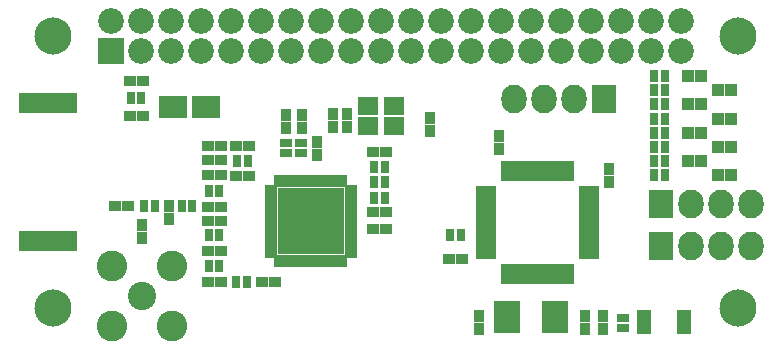
<source format=gts>
G04 #@! TF.FileFunction,Soldermask,Top*
%FSLAX46Y46*%
G04 Gerber Fmt 4.6, Leading zero omitted, Abs format (unit mm)*
G04 Created by KiCad (PCBNEW 4.0.2+dfsg1-stable) date Mo 13 Nov 2017 16:34:36 CET*
%MOMM*%
G01*
G04 APERTURE LIST*
%ADD10C,0.100000*%
%ADD11R,0.900000X1.000000*%
%ADD12R,1.000000X0.900000*%
%ADD13R,1.000000X1.100000*%
%ADD14R,0.800000X1.000000*%
%ADD15C,2.600000*%
%ADD16C,2.400000*%
%ADD17R,1.000000X0.800000*%
%ADD18R,1.300000X2.100000*%
%ADD19R,1.100000X0.650000*%
%ADD20R,0.650000X1.100000*%
%ADD21R,1.687500X1.687500*%
%ADD22R,0.650000X1.700000*%
%ADD23R,1.700000X0.650000*%
%ADD24R,1.800000X1.600000*%
%ADD25R,2.300000X2.800000*%
%ADD26R,2.178000X2.178000*%
%ADD27C,2.178000*%
%ADD28C,3.148280*%
%ADD29R,2.127200X2.432000*%
%ADD30O,2.127200X2.432000*%
%ADD31R,4.900000X1.700000*%
%ADD32R,2.350000X1.900000*%
G04 APERTURE END LIST*
D10*
D11*
X168750000Y-123600000D03*
X168750000Y-124700000D03*
D12*
X172050000Y-121000000D03*
X173150000Y-121000000D03*
X172050000Y-119750000D03*
X173150000Y-119750000D03*
X173150000Y-123650000D03*
X172050000Y-123650000D03*
X173150000Y-124850000D03*
X172050000Y-124850000D03*
X173150000Y-127400000D03*
X172050000Y-127400000D03*
X173150000Y-130000000D03*
X172050000Y-130000000D03*
X173150000Y-118500000D03*
X172050000Y-118500000D03*
X175550000Y-121050000D03*
X174450000Y-121050000D03*
X176650000Y-130000000D03*
X177750000Y-130000000D03*
X175550000Y-118500000D03*
X174450000Y-118500000D03*
D11*
X178700000Y-117000000D03*
X178700000Y-115900000D03*
X180050000Y-117000000D03*
X180050000Y-115900000D03*
X181300000Y-119250000D03*
X181300000Y-118150000D03*
X182650000Y-115850000D03*
X182650000Y-116950000D03*
X205500000Y-132950000D03*
X205500000Y-134050000D03*
X183850000Y-116950000D03*
X183850000Y-115850000D03*
D12*
X187150000Y-119050000D03*
X186050000Y-119050000D03*
D11*
X190850000Y-116150000D03*
X190850000Y-117250000D03*
D12*
X187150000Y-125550000D03*
X186050000Y-125550000D03*
D11*
X195000000Y-134050000D03*
X195000000Y-132950000D03*
D12*
X187150000Y-124150000D03*
X186050000Y-124150000D03*
D11*
X204000000Y-134050000D03*
X204000000Y-132950000D03*
D12*
X193590000Y-128050000D03*
X192490000Y-128050000D03*
D11*
X206000000Y-121550000D03*
X206000000Y-120450000D03*
X196700000Y-118800000D03*
X196700000Y-117700000D03*
D13*
X215250000Y-113750000D03*
X216350000Y-113750000D03*
X212750000Y-112600000D03*
X213850000Y-112600000D03*
X212750000Y-115000000D03*
X213850000Y-115000000D03*
X215250000Y-116200000D03*
X216350000Y-116200000D03*
X212750000Y-117400000D03*
X213850000Y-117400000D03*
X215250000Y-118600000D03*
X216350000Y-118600000D03*
X212750000Y-119800000D03*
X213850000Y-119800000D03*
D14*
X166700000Y-123600000D03*
X167600000Y-123600000D03*
X169850000Y-123600000D03*
X170750000Y-123600000D03*
X173050000Y-122350000D03*
X172150000Y-122350000D03*
X172150000Y-126100000D03*
X173050000Y-126100000D03*
D15*
X163960000Y-133790000D03*
X163960000Y-128710000D03*
X169040000Y-128710000D03*
X169040000Y-133790000D03*
D16*
X166500000Y-131250000D03*
D14*
X193490000Y-126050000D03*
X192590000Y-126050000D03*
X173050000Y-128700000D03*
X172150000Y-128700000D03*
D17*
X178700000Y-119150000D03*
X178700000Y-118250000D03*
X180000000Y-119150000D03*
X180000000Y-118250000D03*
X207200000Y-133950000D03*
X207200000Y-133050000D03*
D14*
X187050000Y-120300000D03*
X186150000Y-120300000D03*
X187050000Y-121600000D03*
X186150000Y-121600000D03*
X187050000Y-122900000D03*
X186150000Y-122900000D03*
X210750000Y-112600000D03*
X209850000Y-112600000D03*
X210750000Y-115000000D03*
X209850000Y-115000000D03*
X210750000Y-116200000D03*
X209850000Y-116200000D03*
X210750000Y-117400000D03*
X209850000Y-117400000D03*
X210750000Y-118600000D03*
X209850000Y-118600000D03*
X210750000Y-119800000D03*
X209850000Y-119800000D03*
X210750000Y-121000000D03*
X209850000Y-121000000D03*
X209850000Y-113800000D03*
X210750000Y-113800000D03*
D18*
X209000000Y-133400000D03*
X212400000Y-133400000D03*
D19*
X177393750Y-122143750D03*
X177393750Y-122643750D03*
X177393750Y-123143750D03*
X177393750Y-123643750D03*
X177393750Y-124143750D03*
X177393750Y-124643750D03*
X177393750Y-125143750D03*
X177393750Y-125643750D03*
X177393750Y-126143750D03*
X177393750Y-126643750D03*
X177393750Y-127143750D03*
X177393750Y-127643750D03*
D20*
X178043750Y-128293750D03*
X178543750Y-128293750D03*
X179043750Y-128293750D03*
X179543750Y-128293750D03*
X180043750Y-128293750D03*
X180543750Y-128293750D03*
X181043750Y-128293750D03*
X181543750Y-128293750D03*
X182043750Y-128293750D03*
X182543750Y-128293750D03*
X183043750Y-128293750D03*
X183543750Y-128293750D03*
D19*
X184193750Y-127643750D03*
X184193750Y-127143750D03*
X184193750Y-126643750D03*
X184193750Y-126143750D03*
X184193750Y-125643750D03*
X184193750Y-125143750D03*
X184193750Y-124643750D03*
X184193750Y-124143750D03*
X184193750Y-123643750D03*
X184193750Y-123143750D03*
X184193750Y-122643750D03*
X184193750Y-122143750D03*
D20*
X183543750Y-121493750D03*
X183043750Y-121493750D03*
X182543750Y-121493750D03*
X182043750Y-121493750D03*
X181543750Y-121493750D03*
X181043750Y-121493750D03*
X180543750Y-121493750D03*
X180043750Y-121493750D03*
X179543750Y-121493750D03*
X179043750Y-121493750D03*
X178543750Y-121493750D03*
X178043750Y-121493750D03*
D21*
X182725000Y-126825000D03*
X182725000Y-125537500D03*
X182725000Y-124250000D03*
X182725000Y-122962500D03*
X181437500Y-126825000D03*
X181437500Y-125537500D03*
X181437500Y-124250000D03*
X181437500Y-122962500D03*
X180150000Y-126825000D03*
X180150000Y-125537500D03*
X180150000Y-124250000D03*
X180150000Y-122962500D03*
X178862500Y-126825000D03*
X178862500Y-125537500D03*
X178862500Y-124250000D03*
X178862500Y-122962500D03*
D22*
X197250000Y-129350000D03*
X197750000Y-129350000D03*
X198250000Y-129350000D03*
X198750000Y-129350000D03*
X199250000Y-129350000D03*
X199750000Y-129350000D03*
X200250000Y-129350000D03*
X200750000Y-129350000D03*
X201250000Y-129350000D03*
X201750000Y-129350000D03*
X202250000Y-129350000D03*
X202750000Y-129350000D03*
D23*
X204350000Y-127750000D03*
X204350000Y-127250000D03*
X204350000Y-126750000D03*
X204350000Y-126250000D03*
X204350000Y-125750000D03*
X204350000Y-125250000D03*
X204350000Y-124750000D03*
X204350000Y-124250000D03*
X204350000Y-123750000D03*
X204350000Y-123250000D03*
X204350000Y-122750000D03*
X204350000Y-122250000D03*
D22*
X202750000Y-120650000D03*
X202250000Y-120650000D03*
X201750000Y-120650000D03*
X201250000Y-120650000D03*
X200750000Y-120650000D03*
X200250000Y-120650000D03*
X199750000Y-120650000D03*
X199250000Y-120650000D03*
X198750000Y-120650000D03*
X198250000Y-120650000D03*
X197750000Y-120650000D03*
X197250000Y-120650000D03*
D23*
X195650000Y-122250000D03*
X195650000Y-122750000D03*
X195650000Y-123250000D03*
X195650000Y-123750000D03*
X195650000Y-124250000D03*
X195650000Y-124750000D03*
X195650000Y-125250000D03*
X195650000Y-125750000D03*
X195650000Y-126250000D03*
X195650000Y-126750000D03*
X195650000Y-127250000D03*
X195650000Y-127750000D03*
D24*
X187850000Y-115150000D03*
X185650000Y-115150000D03*
X185650000Y-116850000D03*
X187850000Y-116850000D03*
D25*
X197400000Y-133000000D03*
X201500000Y-133000000D03*
D13*
X215250000Y-121000000D03*
X216350000Y-121000000D03*
D14*
X174450000Y-130000000D03*
X175350000Y-130000000D03*
X175450000Y-119800000D03*
X174550000Y-119800000D03*
D26*
X163830000Y-110507121D03*
D27*
X163830000Y-107967121D03*
X166370000Y-110507121D03*
X166370000Y-107967121D03*
X168910000Y-110507121D03*
X168910000Y-107967121D03*
X171450000Y-110507121D03*
X171450000Y-107967121D03*
X173990000Y-110507121D03*
X173990000Y-107967121D03*
X176530000Y-110507121D03*
X176530000Y-107967121D03*
X179070000Y-110507121D03*
X179070000Y-107967121D03*
X181610000Y-110507121D03*
X181610000Y-107967121D03*
X184150000Y-110507121D03*
X184150000Y-107967121D03*
X186690000Y-110507121D03*
X186690000Y-107967121D03*
X189230000Y-110507121D03*
X189230000Y-107967121D03*
X191770000Y-110507121D03*
X191770000Y-107967121D03*
X194310000Y-110507121D03*
X194310000Y-107967121D03*
X196850000Y-110507121D03*
X196850000Y-107967121D03*
X199390000Y-110507121D03*
X199390000Y-107967121D03*
X201930000Y-110507121D03*
X201930000Y-107967121D03*
X204470000Y-110507121D03*
X204470000Y-107967121D03*
X207010000Y-110507121D03*
X207010000Y-107967121D03*
X209550000Y-110507121D03*
X209550000Y-107967121D03*
X212090000Y-110507121D03*
X212090000Y-107967121D03*
D28*
X158958280Y-132239361D03*
X158958280Y-109237121D03*
X216959180Y-132239361D03*
X216959180Y-109237121D03*
D29*
X210420000Y-123418600D03*
D30*
X212960000Y-123418600D03*
X215500000Y-123418600D03*
X218040000Y-123418600D03*
D29*
X210420000Y-127000000D03*
D30*
X212960000Y-127000000D03*
X215500000Y-127000000D03*
X218040000Y-127000000D03*
D29*
X205638400Y-114503200D03*
D30*
X203098400Y-114503200D03*
X200558400Y-114503200D03*
X198018400Y-114503200D03*
D31*
X158500000Y-126600000D03*
X158500000Y-114900000D03*
D12*
X165450000Y-113000000D03*
X166550000Y-113000000D03*
D32*
X169125000Y-115250000D03*
X171875000Y-115250000D03*
D12*
X166550000Y-116000000D03*
X165450000Y-116000000D03*
D14*
X165550000Y-114500000D03*
X166450000Y-114500000D03*
D11*
X166500000Y-126300000D03*
X166500000Y-125200000D03*
D12*
X165300000Y-123600000D03*
X164200000Y-123600000D03*
M02*

</source>
